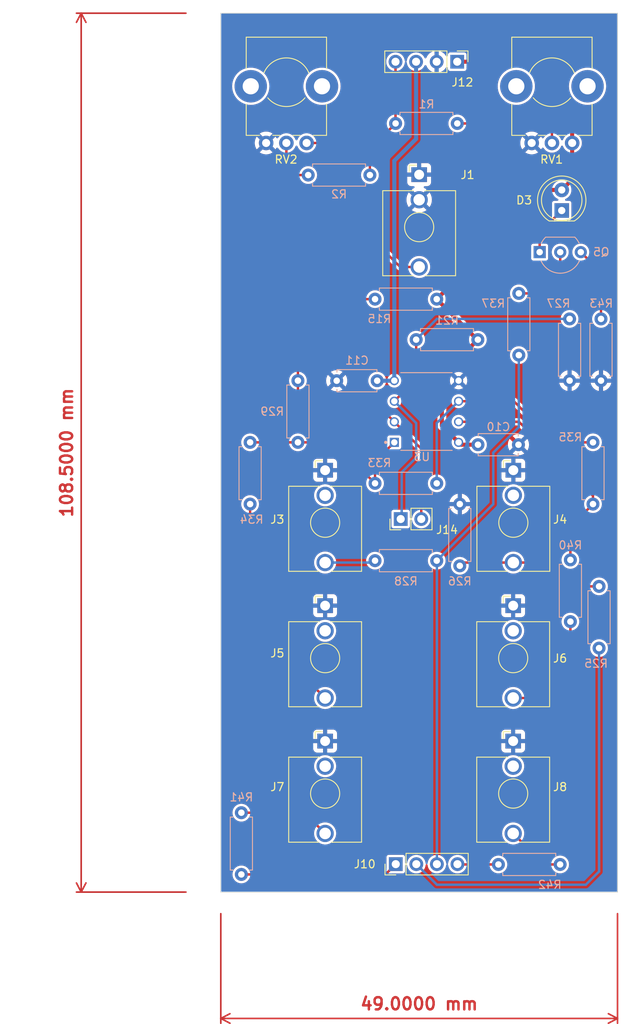
<source format=kicad_pcb>
(kicad_pcb (version 20221018) (generator pcbnew)
  (layers (0 "F.Cu" signal) (31 "B.Cu" power) (34 "B.Paste" user) (35 "F.Paste" user) (36 "B.SilkS" user "B.Silkscreen") (37 "F.SilkS" user "F.Silkscreen") (38 "B.Mask" user) (39 "F.Mask" user) (44 "Edge.Cuts" user))
  (net 0 "")
  (net 1 "GND")
  (net 2 "Net-(D3-Pad1)")
  (net 3 "Net-(J1-PadT)")
  (net 4 "Tri2")
  (net 6 "Sqr2")
  (net 10 "Ramp Up2")
  (net 13 "U3_2_2")
  (net 14 "U3_3_2")
  (net 15 "Net-(Q5-Pad2)")
  (net 16 "Net-(Q5-Pad3)")
  (net 17 "Net-(R1-Pad1)")
  (net 18 "Net-(R33-Pad2)")
  (net 19 "+12VA")
  (net 20 "-12VA")
  (net 21 "/CV_Scale")
  (net 22 "Net-(J8-PadT)")
  (net 23 "Ramp Down2")
  (net 24 "Net-(J7-PadT)")
  (net 25 "Net-(J3-PadT)")
  (net 26 "Net-(J4-PadT)")
  (net 27 "Net-(J5-PadT)")
  (net 28 "Net-(J6-PadT)")
  (net 29 "RV2_2")
  (net 30 "Net-(R29-Pad2)")
  (net 31 "Net-(R35-Pad2)")
  (footprint "Connector_Audio:Jack_3.5mm_QingPu_WQP-PJ398SM_Vertical_CircularHoles" (layer "F.Cu") (at 265.369 96.15)
    (fp_text reference "J4" (at 5.776 6.085) (layer "F.SilkS"))
    (fp_text value "SQR")
    (pad "S" thru_hole rect (at 0 0 180) (size 1.93 1.83) (drill 1.22) (layers "*.Cu" "*.Mask") (net 1 "GND"))
    (pad "T" thru_hole circle (at 0 11.4 180) (size 2.13 2.13) (drill 1.43) (layers "*.Cu" "*.Mask") (net 26 "Net-(J4-PadT)"))
    (pad "TN" thru_hole circle (at 0 3.1 180) (size 2.13 2.13) (drill 1.42) (layers "*.Cu" "*.Mask"))
    (zone (net 0) (net_name "") (layer "F.Cu") (connect_pads (clearance 0)) (min_thickness 0.254)
      (keepout (tracks not_allowed) (vias not_allowed) (pads not_allowed) (copperpour not_allowed) (footprints not_allowed))
      (fill (thermal_gap 0.508) (thermal_bridge_width 0.508))
      (polygon (pts (xy 266.874141 102.63) (xy 266.85393 102.384171) (xy 266.793841 102.144945) (xy 266.695486 101.918744) (xy 266.561508 101.711645) (xy 266.395504 101.52921) (xy 266.201932 101.376336) (xy 265.985992 101.257131) (xy 265.753482 101.174794) (xy 265.510646 101.131539) (xy 265.264007 101.128525) (xy 265.020187 101.165835) (xy 264.785734 101.242466) (xy 264.566946 101.35636) (xy 264.369697 101.504458) (xy 264.199286 101.682784) (xy 264.060288 101.886548) (xy 263.956436 102.110278) (xy 263.890519 102.347965) (xy 263.864308 102.593226) (xy 263.878507 102.839475) (xy 263.932734 103.080099) (xy 264.025532 103.308634) (xy 264.154411 103.518945) (xy 264.315908 103.705382) (xy 264.505687 103.862939) (xy 264.71865 103.987385) (xy 264.949079 104.075377) (xy 265.190785 104.124553) (xy 265.437278 104.133592) (xy 265.681936 104.10225) (xy 265.918191 104.03137) (xy 266.139697 103.922856) (xy 266.340505 103.779621) (xy 266.515223 103.605512) (xy 266.659158 103.405205) (xy 266.768445 103.184079) (xy 266.840149 102.948074) (xy 266.872344 102.703526)))
    )
  )
  (footprint "Connector_Audio:Jack_3.5mm_QingPu_WQP-PJ398SM_Vertical_CircularHoles" (layer "F.Cu") (at 253.735 59.66)
    (fp_text reference "J1" (at 5.98 0.03 180) (layer "F.SilkS"))
    (fp_text value "CV IN")
    (pad "S" thru_hole rect (at 0 0 180) (size 1.93 1.83) (drill 1.22) (layers "*.Cu" "*.Mask") (net 1 "GND"))
    (pad "T" thru_hole circle (at 0 11.4 180) (size 2.13 2.13) (drill 1.43) (layers "*.Cu" "*.Mask") (net 3 "Net-(J1-PadT)"))
    (pad "TN" thru_hole circle (at 0 3.1 180) (size 2.13 2.13) (drill 1.42) (layers "*.Cu" "*.Mask") (net 1 "GND"))
    (zone (net 0) (net_name "") (layer "F.Cu") (connect_pads (clearance 0)) (min_thickness 0.254)
      (keepout (tracks not_allowed) (vias not_allowed) (pads not_allowed) (copperpour not_allowed) (footprints not_allowed))
      (fill (thermal_gap 0.508) (thermal_bridge_width 0.508))
      (polygon (pts (xy 255.240141 66.14) (xy 255.21993 65.894171) (xy 255.159841 65.654945) (xy 255.061486 65.428744) (xy 254.927508 65.221645) (xy 254.761504 65.03921) (xy 254.567932 64.886336) (xy 254.351992 64.767131) (xy 254.119482 64.684794) (xy 253.876646 64.641539) (xy 253.630007 64.638525) (xy 253.386187 64.675835) (xy 253.151734 64.752466) (xy 252.932946 64.86636) (xy 252.735697 65.014458) (xy 252.565286 65.192784) (xy 252.426288 65.396548) (xy 252.322436 65.620278) (xy 252.256519 65.857965) (xy 252.230308 66.103226) (xy 252.244507 66.349475) (xy 252.298734 66.590099) (xy 252.391532 66.818634) (xy 252.520411 67.028945) (xy 252.681908 67.215382) (xy 252.871687 67.372939) (xy 253.08465 67.497385) (xy 253.315079 67.585377) (xy 253.556785 67.634553) (xy 253.803278 67.643592) (xy 254.047936 67.61225) (xy 254.284191 67.54137) (xy 254.505697 67.432856) (xy 254.706505 67.289621) (xy 254.881223 67.115512) (xy 255.025158 66.915205) (xy 255.134445 66.694079) (xy 255.206149 66.458074) (xy 255.238344 66.213526)))
    )
  )
  (footprint "Custom_Footprints:Alpha_9mm_Potentiometer_Aligned" (layer "F.Cu") (at 237.335 48.25)
    (fp_text reference "RV2" (at -0.04 9.535) (layer "F.SilkS"))
    (fp_text value "100K")
    (pad "" np_thru_hole circle (at -4.4 0.5 90) (size 4 4) (drill 2) (layers "*.Cu" "*.Mask"))
    (pad "" np_thru_hole circle (at 4.4 0.5 90) (size 4 4) (drill 2) (layers "*.Cu" "*.Mask"))
    (pad "1" thru_hole circle (at -2.5 7.5 90) (size 1.8 1.8) (drill 1) (layers "*.Cu" "*.Mask") (net 1 "GND"))
    (pad "2" thru_hole circle (at 0 7.5 90) (size 1.8 1.8) (drill 1) (layers "*.Cu" "*.Mask") (net 21 "/CV_Scale"))
    (pad "3" thru_hole circle (at 2.5 7.5 90) (size 1.8 1.8) (drill 1) (layers "*.Cu" "*.Mask") (net 3 "Net-(J1-PadT)"))
  )
  (footprint "Connector_Audio:Jack_3.5mm_QingPu_WQP-PJ398SM_Vertical_CircularHoles" (layer "F.Cu") (at 242.121 112.87)
    (fp_text reference "J5" (at -5.901 5.875) (layer "F.SilkS"))
    (fp_text value "SINE")
    (pad "S" thru_hole rect (at 0 0 180) (size 1.93 1.83) (drill 1.22) (layers "*.Cu" "*.Mask") (net 1 "GND"))
    (pad "T" thru_hole circle (at 0 11.4 180) (size 2.13 2.13) (drill 1.43) (layers "*.Cu" "*.Mask") (net 27 "Net-(J5-PadT)"))
    (pad "TN" thru_hole circle (at 0 3.1 180) (size 2.13 2.13) (drill 1.42) (layers "*.Cu" "*.Mask"))
    (zone (net 0) (net_name "") (layer "F.Cu") (connect_pads (clearance 0)) (min_thickness 0.254)
      (keepout (tracks not_allowed) (vias not_allowed) (pads not_allowed) (copperpour not_allowed) (footprints not_allowed))
      (fill (thermal_gap 0.508) (thermal_bridge_width 0.508))
      (polygon (pts (xy 243.626141 119.35) (xy 243.60593 119.104171) (xy 243.545841 118.864945) (xy 243.447486 118.638744) (xy 243.313508 118.431645) (xy 243.147504 118.24921) (xy 242.953932 118.096336) (xy 242.737992 117.977131) (xy 242.505482 117.894794) (xy 242.262646 117.851539) (xy 242.016007 117.848525) (xy 241.772187 117.885835) (xy 241.537734 117.962466) (xy 241.318946 118.07636) (xy 241.121697 118.224458) (xy 240.951286 118.402784) (xy 240.812288 118.606548) (xy 240.708436 118.830278) (xy 240.642519 119.067965) (xy 240.616308 119.313226) (xy 240.630507 119.559475) (xy 240.684734 119.800099) (xy 240.777532 120.028634) (xy 240.906411 120.238945) (xy 241.067908 120.425382) (xy 241.257687 120.582939) (xy 241.47065 120.707385) (xy 241.701079 120.795377) (xy 241.942785 120.844553) (xy 242.189278 120.853592) (xy 242.433936 120.82225) (xy 242.670191 120.75137) (xy 242.891697 120.642856) (xy 243.092505 120.499621) (xy 243.267223 120.325512) (xy 243.411158 120.125205) (xy 243.520445 119.904079) (xy 243.592149 119.668074) (xy 243.624344 119.423526)))
    )
  )
  (footprint "Connector_Audio:Jack_3.5mm_QingPu_WQP-PJ398SM_Vertical_CircularHoles" (layer "F.Cu") (at 265.349 129.59)
    (fp_text reference "J8" (at 5.796 5.665) (layer "F.SilkS"))
    (fp_text value "RAMP DOWN")
    (pad "S" thru_hole rect (at 0 0 180) (size 1.93 1.83) (drill 1.22) (layers "*.Cu" "*.Mask") (net 1 "GND"))
    (pad "T" thru_hole circle (at 0 11.4 180) (size 2.13 2.13) (drill 1.43) (layers "*.Cu" "*.Mask") (net 22 "Net-(J8-PadT)"))
    (pad "TN" thru_hole circle (at 0 3.1 180) (size 2.13 2.13) (drill 1.42) (layers "*.Cu" "*.Mask"))
    (zone (net 0) (net_name "") (layer "F.Cu") (connect_pads (clearance 0)) (min_thickness 0.254)
      (keepout (tracks not_allowed) (vias not_allowed) (pads not_allowed) (copperpour not_allowed) (footprints not_allowed))
      (fill (thermal_gap 0.508) (thermal_bridge_width 0.508))
      (polygon (pts (xy 266.854141 136.07) (xy 266.83393 135.824171) (xy 266.773841 135.584945) (xy 266.675486 135.358744) (xy 266.541508 135.151645) (xy 266.375504 134.96921) (xy 266.181932 134.816336) (xy 265.965992 134.697131) (xy 265.733482 134.614794) (xy 265.490646 134.571539) (xy 265.244007 134.568525) (xy 265.000187 134.605835) (xy 264.765734 134.682466) (xy 264.546946 134.79636) (xy 264.349697 134.944458) (xy 264.179286 135.122784) (xy 264.040288 135.326548) (xy 263.936436 135.550278) (xy 263.870519 135.787965) (xy 263.844308 136.033226) (xy 263.858507 136.279475) (xy 263.912734 136.520099) (xy 264.005532 136.748634) (xy 264.134411 136.958945) (xy 264.295908 137.145382) (xy 264.485687 137.302939) (xy 264.69865 137.427385) (xy 264.929079 137.515377) (xy 265.170785 137.564553) (xy 265.417278 137.573592) (xy 265.661936 137.54225) (xy 265.898191 137.47137) (xy 266.119697 137.362856) (xy 266.320505 137.219621) (xy 266.495223 137.045512) (xy 266.639158 136.845205) (xy 266.748445 136.624079) (xy 266.820149 136.388074) (xy 266.852344 136.143526)))
    )
  )
  (footprint "Connector_Audio:Jack_3.5mm_QingPu_WQP-PJ398SM_Vertical_CircularHoles" (layer "F.Cu") (at 242.121 129.59)
    (fp_text reference "J7" (at -5.901 5.665) (layer "F.SilkS"))
    (fp_text value "RAMP UP")
    (pad "S" thru_hole rect (at 0 0 180) (size 1.93 1.83) (drill 1.22) (layers "*.Cu" "*.Mask") (net 1 "GND"))
    (pad "T" thru_hole circle (at 0 11.4 180) (size 2.13 2.13) (drill 1.43) (layers "*.Cu" "*.Mask") (net 24 "Net-(J7-PadT)"))
    (pad "TN" thru_hole circle (at 0 3.1 180) (size 2.13 2.13) (drill 1.42) (layers "*.Cu" "*.Mask"))
    (zone (net 0) (net_name "") (layer "F.Cu") (connect_pads (clearance 0)) (min_thickness 0.254)
      (keepout (tracks not_allowed) (vias not_allowed) (pads not_allowed) (copperpour not_allowed) (footprints not_allowed))
      (fill (thermal_gap 0.508) (thermal_bridge_width 0.508))
      (polygon (pts (xy 243.626141 136.07) (xy 243.60593 135.824171) (xy 243.545841 135.584945) (xy 243.447486 135.358744) (xy 243.313508 135.151645) (xy 243.147504 134.96921) (xy 242.953932 134.816336) (xy 242.737992 134.697131) (xy 242.505482 134.614794) (xy 242.262646 134.571539) (xy 242.016007 134.568525) (xy 241.772187 134.605835) (xy 241.537734 134.682466) (xy 241.318946 134.79636) (xy 241.121697 134.944458) (xy 240.951286 135.122784) (xy 240.812288 135.326548) (xy 240.708436 135.550278) (xy 240.642519 135.787965) (xy 240.616308 136.033226) (xy 240.630507 136.279475) (xy 240.684734 136.520099) (xy 240.777532 136.748634) (xy 240.906411 136.958945) (xy 241.067908 137.145382) (xy 241.257687 137.302939) (xy 241.47065 137.427385) (xy 241.701079 137.515377) (xy 241.942785 137.564553) (xy 242.189278 137.573592) (xy 242.433936 137.54225) (xy 242.670191 137.47137) (xy 242.891697 137.362856) (xy 243.092505 137.219621) (xy 243.267223 137.045512) (xy 243.411158 136.845205) (xy 243.520445 136.624079) (xy 243.592149 136.388074) (xy 243.624344 136.143526)))
    )
  )
  (footprint "Connector_PinHeader_2.54mm:PinHeader_1x02_P2.54mm_Vertical" (layer "F.Cu") (at 251.455 102.175 90)
    (fp_text reference "J14" (at -1.33 5.72 180) (layer "F.SilkS"))
    (fp_text value "Conn_01x02")
    (pad "1" thru_hole rect (at 0 0 90) (size 1.7 1.7) (drill 1) (layers "*.Cu" "*.Mask") (net 14 "U3_3_2"))
    (pad "2" thru_hole oval (at 0 2.54 90) (size 1.7 1.7) (drill 1) (layers "*.Cu" "*.Mask") (net 13 "U3_2_2"))
  )
  (footprint "Custom_Footprints:Alpha_9mm_Potentiometer_Aligned" (layer "F.Cu") (at 270.135 48.25)
    (fp_text reference "RV1" (at -0.04 9.535) (layer "F.SilkS"))
    (fp_text value "100K")
    (pad "" np_thru_hole circle (at -4.4 0.5 90) (size 4 4) (drill 2) (layers "*.Cu" "*.Mask"))
    (pad "" np_thru_hole circle (at 4.4 0.5 90) (size 4 4) (drill 2) (layers "*.Cu" "*.Mask"))
    (pad "1" thru_hole circle (at -2.5 7.5 90) (size 1.8 1.8) (drill 1) (layers "*.Cu" "*.Mask") (net 1 "GND"))
    (pad "2" thru_hole circle (at 0 7.5 90) (size 1.8 1.8) (drill 1) (layers "*.Cu" "*.Mask") (net 17 "Net-(R1-Pad1)"))
    (pad "3" thru_hole circle (at 2.5 7.5 90) (size 1.8 1.8) (drill 1) (layers "*.Cu" "*.Mask") (net 19 "+12VA"))
  )
  (footprint "Connector_Audio:Jack_3.5mm_QingPu_WQP-PJ398SM_Vertical_CircularHoles" (layer "F.Cu") (at 265.349 112.87)
    (fp_text reference "J6" (at 5.796 6.51) (layer "F.SilkS"))
    (fp_text value "COSINE")
    (pad "S" thru_hole rect (at 0 0 180) (size 1.93 1.83) (drill 1.22) (layers "*.Cu" "*.Mask") (net 1 "GND"))
    (pad "T" thru_hole circle (at 0 11.4 180) (size 2.13 2.13) (drill 1.43) (layers "*.Cu" "*.Mask") (net 28 "Net-(J6-PadT)"))
    (pad "TN" thru_hole circle (at 0 3.1 180) (size 2.13 2.13) (drill 1.42) (layers "*.Cu" "*.Mask"))
    (zone (net 0) (net_name "") (layer "F.Cu") (connect_pads (clearance 0)) (min_thickness 0.254)
      (keepout (tracks not_allowed) (vias not_allowed) (pads not_allowed) (copperpour not_allowed) (footprints not_allowed))
      (fill (thermal_gap 0.508) (thermal_bridge_width 0.508))
      (polygon (pts (xy 266.854141 119.35) (xy 266.83393 119.104171) (xy 266.773841 118.864945) (xy 266.675486 118.638744) (xy 266.541508 118.431645) (xy 266.375504 118.24921) (xy 266.181932 118.096336) (xy 265.965992 117.977131) (xy 265.733482 117.894794) (xy 265.490646 117.851539) (xy 265.244007 117.848525) (xy 265.000187 117.885835) (xy 264.765734 117.962466) (xy 264.546946 118.07636) (xy 264.349697 118.224458) (xy 264.179286 118.402784) (xy 264.040288 118.606548) (xy 263.936436 118.830278) (xy 263.870519 119.067965) (xy 263.844308 119.313226) (xy 263.858507 119.559475) (xy 263.912734 119.800099) (xy 264.005532 120.028634) (xy 264.134411 120.238945) (xy 264.295908 120.425382) (xy 264.485687 120.582939) (xy 264.69865 120.707385) (xy 264.929079 120.795377) (xy 265.170785 120.844553) (xy 265.417278 120.853592) (xy 265.661936 120.82225) (xy 265.898191 120.75137) (xy 266.119697 120.642856) (xy 266.320505 120.499621) (xy 266.495223 120.325512) (xy 266.639158 120.125205) (xy 266.748445 119.904079) (xy 266.820149 119.668074) (xy 266.852344 119.423526)))
    )
  )
  (footprint "Connector_PinHeader_2.54mm:PinHeader_1x04_P2.54mm_Vertical" (layer "F.Cu") (at 258.435 45.72 -90)
    (fp_text reference "J12" (at 2.54 -0.645 180) (layer "F.SilkS"))
    (fp_text value "Conn_01x04")
    (pad "1" thru_hole rect (at 0 0 270) (size 1.7 1.7) (drill 1) (layers "*.Cu" "*.Mask") (net 19 "+12VA"))
    (pad "2" thru_hole oval (at 0 2.54 270) (size 1.7 1.7) (drill 1) (layers "*.Cu" "*.Mask") (net 1 "GND"))
    (pad "3" thru_hole oval (at 0 5.08 270) (size 1.7 1.7) (drill 1) (layers "*.Cu" "*.Mask") (net 20 "-12VA"))
    (pad "4" thru_hole oval (at 0 7.62 270) (size 1.7 1.7) (drill 1) (layers "*.Cu" "*.Mask") (net 29 "RV2_2"))
  )
  (footprint "Connector_PinHeader_2.54mm:PinHeader_1x04_P2.54mm_Vertical" (layer "F.Cu") (at 250.845 144.78 90)
    (fp_text reference "J10" (at 0 -3.83 180) (layer "F.SilkS"))
    (fp_text value "Conn_01x04")
    (pad "1" thru_hole rect (at 0 0 90) (size 1.7 1.7) (drill 1) (layers "*.Cu" "*.Mask") (net 10 "Ramp Up2"))
    (pad "2" thru_hole oval (at 0 2.54 90) (size 1.7 1.7) (drill 1) (layers "*.Cu" "*.Mask") (net 6 "Sqr2"))
    (pad "3" thru_hole oval (at 0 5.08 90) (size 1.7 1.7) (drill 1) (layers "*.Cu" "*.Mask") (net 4 "Tri2"))
    (pad "4" thru_hole oval (at 0 7.62 90) (size 1.7 1.7) (drill 1) (layers "*.Cu" "*.Mask") (net 23 "Ramp Down2"))
  )
  (footprint "Connector_Audio:Jack_3.5mm_QingPu_WQP-PJ398SM_Vertical_CircularHoles" (layer "F.Cu") (at 242.121 96.15)
    (fp_text reference "J3" (at -5.901 6.085) (layer "F.SilkS"))
    (fp_text value "TRI")
    (pad "S" thru_hole rect (at 0 0 180) (size 1.93 1.83) (drill 1.22) (layers "*.Cu" "*.Mask") (net 1 "GND"))
    (pad "T" thru_hole circle (at 0 11.4 180) (size 2.13 2.13) (drill 1.43) (layers "*.Cu" "*.Mask") (net 25 "Net-(J3-PadT)"))
    (pad "TN" thru_hole circle (at 0 3.1 180) (size 2.13 2.13) (drill 1.42) (layers "*.Cu" "*.Mask"))
    (zone (net 0) (net_name "") (layer "F.Cu") (connect_pads (clearance 0)) (min_thickness 0.254)
      (keepout (tracks not_allowed) (vias not_allowed) (pads not_allowed) (copperpour not_allowed) (footprints not_allowed))
      (fill (thermal_gap 0.508) (thermal_bridge_width 0.508))
      (polygon (pts (xy 243.626141 102.63) (xy 243.60593 102.384171) (xy 243.545841 102.144945) (xy 243.447486 101.918744) (xy 243.313508 101.711645) (xy 243.147504 101.52921) (xy 242.953932 101.376336) (xy 242.737992 101.257131) (xy 242.505482 101.174794) (xy 242.262646 101.131539) (xy 242.016007 101.128525) (xy 241.772187 101.165835) (xy 241.537734 101.242466) (xy 241.318946 101.35636) (xy 241.121697 101.504458) (xy 240.951286 101.682784) (xy 240.812288 101.886548) (xy 240.708436 102.110278) (xy 240.642519 102.347965) (xy 240.616308 102.593226) (xy 240.630507 102.839475) (xy 240.684734 103.080099) (xy 240.777532 103.308634) (xy 240.906411 103.518945) (xy 241.067908 103.705382) (xy 241.257687 103.862939) (xy 241.47065 103.987385) (xy 241.701079 104.075377) (xy 241.942785 104.124553) (xy 242.189278 104.133592) (xy 242.433936 104.10225) (xy 242.670191 104.03137) (xy 242.891697 103.922856) (xy 243.092505 103.779621) (xy 243.267223 103.605512) (xy 243.411158 103.405205) (xy 243.520445 103.184079) (xy 243.592149 102.948074) (xy 243.624344 102.703526)))
    )
  )
  (footprint "LED_THT:LED_D5.0mm" (layer "F.Cu") (at 271.344666 64.090016 90)
    (fp_text reference "D3" (at 1.27 -4.644666 180) (layer "F.SilkS"))
    (fp_text value "LED")
    (pad "1" thru_hole rect (at 0 0 90) (size 1.8 1.8) (drill 0.9) (layers "*.Cu" "*.Mask") (net 2 "Net-(D3-Pad1)"))
    (pad "2" thru_hole circle (at 2.54 0 90) (size 1.8 1.8) (drill 0.9) (layers "*.Cu" "*.Mask") (net 19 "+12VA"))
  )
  (footprint "Resistor_THT:R_Axial_DIN0207_L6.3mm_D2.5mm_P7.62mm_Horizontal" (layer "B.Cu") (at 255.905 75.03 180)
    (fp_text reference "R15" (at 7.08 -2.44) (layer "B.SilkS") (effects (justify mirror)))
    (fp_text value "10k")
    (pad "1" thru_hole circle (at 0 0 180) (size 1.6 1.6) (drill 0.8) (layers "*.Cu" "*.Mask") (net 19 "+12VA"))
    (pad "2" thru_hole oval (at 7.62 0 180) (size 1.6 1.6) (drill 0.8) (layers "*.Cu" "*.Mask") (net 13 "U3_2_2"))
  )
  (footprint "TL072CPE4:DIP794W45P254L959H508Q8" (layer "B.Cu") (at 254.635 88.9)
    (fp_text reference "U3" (at -0.565 5.607) (layer "B.SilkS") (effects (justify mirror)))
    (fp_text value "TL072CP")
    (pad "1" thru_hole rect (at -3.97 3.81) (size 1.13 1.13) (drill 0.78) (layers "*.Cu" "*.Mask") (net 30 "Net-(R29-Pad2)"))
    (pad "2" thru_hole circle (at -3.97 1.27) (size 1.13 1.13) (drill 0.78) (layers "*.Cu" "*.Mask") (net 13 "U3_2_2"))
    (pad "3" thru_hole circle (at -3.97 -1.27) (size 1.13 1.13) (drill 0.78) (layers "*.Cu" "*.Mask") (net 14 "U3_3_2"))
    (pad "4" thru_hole circle (at -3.97 -3.81) (size 1.13 1.13) (drill 0.78) (layers "*.Cu" "*.Mask") (net 20 "-12VA"))
    (pad "5" thru_hole circle (at 3.97 -3.81) (size 1.13 1.13) (drill 0.78) (layers "*.Cu" "*.Mask") (net 1 "GND"))
    (pad "6" thru_hole circle (at 3.97 -1.27) (size 1.13 1.13) (drill 0.78) (layers "*.Cu" "*.Mask") (net 18 "Net-(R33-Pad2)"))
    (pad "7" thru_hole circle (at 3.97 1.27) (size 1.13 1.13) (drill 0.78) (layers "*.Cu" "*.Mask") (net 31 "Net-(R35-Pad2)"))
    (pad "8" thru_hole circle (at 3.97 3.81) (size 1.13 1.13) (drill 0.78) (layers "*.Cu" "*.Mask") (net 19 "+12VA"))
  )
  (footprint "Package_TO_SOT_THT:TO-92_Inline_Wide" (layer "B.Cu") (at 268.61898 69.227196)
    (fp_text reference "Q5" (at 7.60602 -0.012196) (layer "B.SilkS") (effects (justify mirror)))
    (fp_text value "BC550")
    (pad "1" thru_hole rect (at 0 0) (size 1.5 1.5) (drill 0.8) (layers "*.Cu" "*.Mask") (net 2 "Net-(D3-Pad1)"))
    (pad "2" thru_hole circle (at 2.54 0) (size 1.5 1.5) (drill 0.8) (layers "*.Cu" "*.Mask") (net 15 "Net-(Q5-Pad2)"))
    (pad "3" thru_hole circle (at 5.08 0) (size 1.5 1.5) (drill 0.8) (layers "*.Cu" "*.Mask") (net 16 "Net-(Q5-Pad3)"))
  )
  (footprint "Resistor_THT:R_Axial_DIN0207_L6.3mm_D2.5mm_P7.62mm_Horizontal" (layer "B.Cu") (at 276.195 77.47 -90)
    (fp_text reference "R43" (at -1.905 -0.03 180) (layer "B.SilkS") (effects (justify mirror)))
    (fp_text value "560")
    (pad "1" thru_hole circle (at 0 0 270) (size 1.6 1.6) (drill 0.8) (layers "*.Cu" "*.Mask") (net 16 "Net-(Q5-Pad3)"))
    (pad "2" thru_hole oval (at 7.62 0 270) (size 1.6 1.6) (drill 0.8) (layers "*.Cu" "*.Mask") (net 1 "GND"))
  )
  (footprint "Resistor_THT:R_Axial_DIN0207_L6.3mm_D2.5mm_P7.62mm_Horizontal" (layer "B.Cu") (at 248.285 107.315)
    (fp_text reference "R28" (at 3.81 2.54) (layer "B.SilkS") (effects (justify mirror)))
    (fp_text value "1k")
    (pad "1" thru_hole circle (at 0 0) (size 1.6 1.6) (drill 0.8) (layers "*.Cu" "*.Mask") (net 25 "Net-(J3-PadT)"))
    (pad "2" thru_hole oval (at 7.62 0) (size 1.6 1.6) (drill 0.8) (layers "*.Cu" "*.Mask") (net 4 "Tri2"))
  )
  (footprint "Resistor_THT:R_Axial_DIN0207_L6.3mm_D2.5mm_P7.62mm_Horizontal" (layer "B.Cu") (at 258.445 53.34 180)
    (fp_text reference "R1" (at 3.81 2.37) (layer "B.SilkS") (effects (justify mirror)))
    (fp_text value "100k")
    (pad "1" thru_hole circle (at 0 0 180) (size 1.6 1.6) (drill 0.8) (layers "*.Cu" "*.Mask") (net 17 "Net-(R1-Pad1)"))
    (pad "2" thru_hole oval (at 7.62 0 180) (size 1.6 1.6) (drill 0.8) (layers "*.Cu" "*.Mask") (net 29 "RV2_2"))
  )
  (footprint "Resistor_THT:R_Axial_DIN0207_L6.3mm_D2.5mm_P7.62mm_Horizontal" (layer "B.Cu") (at 240.03 59.71)
    (fp_text reference "R2" (at 3.81 2.37) (layer "B.SilkS") (effects (justify mirror)))
    (fp_text value "100k")
    (pad "1" thru_hole circle (at 0 0) (size 1.6 1.6) (drill 0.8) (layers "*.Cu" "*.Mask") (net 21 "/CV_Scale"))
    (pad "2" thru_hole oval (at 7.62 0) (size 1.6 1.6) (drill 0.8) (layers "*.Cu" "*.Mask") (net 29 "RV2_2"))
  )
  (footprint "Resistor_THT:R_Axial_DIN0207_L6.3mm_D2.5mm_P7.62mm_Horizontal" (layer "B.Cu") (at 272.315 77.47 -90)
    (fp_text reference "R27" (at -1.905 1.37 180) (layer "B.SilkS") (effects (justify mirror)))
    (fp_text value "33k")
    (pad "1" thru_hole circle (at 0 0 270) (size 1.6 1.6) (drill 0.8) (layers "*.Cu" "*.Mask") (net 14 "U3_3_2"))
    (pad "2" thru_hole oval (at 7.62 0 270) (size 1.6 1.6) (drill 0.8) (layers "*.Cu" "*.Mask") (net 1 "GND"))
  )
  (footprint "Capacitor_THT:C_Disc_D4.7mm_W2.5mm_P5.00mm" (layer "B.Cu") (at 248.55 85.1 180)
    (fp_text reference "C11" (at 2.5 2.5) (layer "B.SilkS") (effects (justify mirror)))
    (fp_text value "0.1u")
    (pad "1" thru_hole circle (at 0 0 180) (size 1.6 1.6) (drill 0.8) (layers "*.Cu" "*.Mask") (net 20 "-12VA"))
    (pad "2" thru_hole circle (at 5 0 180) (size 1.6 1.6) (drill 0.8) (layers "*.Cu" "*.Mask") (net 1 "GND"))
  )
  (footprint "Resistor_THT:R_Axial_DIN0207_L6.3mm_D2.5mm_P7.62mm_Horizontal" (layer "B.Cu") (at 232.855 100.33 90)
    (fp_text reference "R34" (at -1.905 0.19 180) (layer "B.SilkS") (effects (justify mirror)))
    (fp_text value "1k")
    (pad "1" thru_hole circle (at 0 0 90) (size 1.6 1.6) (drill 0.8) (layers "*.Cu" "*.Mask") (net 27 "Net-(J5-PadT)"))
    (pad "2" thru_hole oval (at 7.62 0 90) (size 1.6 1.6) (drill 0.8) (layers "*.Cu" "*.Mask") (net 30 "Net-(R29-Pad2)"))
  )
  (footprint "Resistor_THT:R_Axial_DIN0207_L6.3mm_D2.5mm_P7.62mm_Horizontal" (layer "B.Cu") (at 238.76 85.09 -90)
    (fp_text reference "R29" (at 3.81 3.175) (layer "B.SilkS") (effects (justify mirror)))
    (fp_text value "33k")
    (pad "1" thru_hole circle (at 0 0 270) (size 1.6 1.6) (drill 0.8) (layers "*.Cu" "*.Mask") (net 13 "U3_2_2"))
    (pad "2" thru_hole oval (at 7.62 0 270) (size 1.6 1.6) (drill 0.8) (layers "*.Cu" "*.Mask") (net 30 "Net-(R29-Pad2)"))
  )
  (footprint "Capacitor_THT:C_Disc_D4.7mm_W2.5mm_P5.00mm" (layer "B.Cu") (at 261 93)
    (fp_text reference "C10" (at 2.525 -2.195) (layer "B.SilkS") (effects (justify mirror)))
    (fp_text value "0.1u")
    (pad "1" thru_hole circle (at 0 0) (size 1.6 1.6) (drill 0.8) (layers "*.Cu" "*.Mask") (net 19 "+12VA"))
    (pad "2" thru_hole circle (at 5 0) (size 1.6 1.6) (drill 0.8) (layers "*.Cu" "*.Mask") (net 1 "GND"))
  )
  (footprint "Resistor_THT:R_Axial_DIN0207_L6.3mm_D2.5mm_P7.62mm_Horizontal" (layer "B.Cu") (at 260.985 80.03 180)
    (fp_text reference "R21" (at 3.81 2.37) (layer "B.SilkS") (effects (justify mirror)))
    (fp_text value "10k")
    (pad "1" thru_hole circle (at 0 0 180) (size 1.6 1.6) (drill 0.8) (layers "*.Cu" "*.Mask") (net 19 "+12VA"))
    (pad "2" thru_hole oval (at 7.62 0 180) (size 1.6 1.6) (drill 0.8) (layers "*.Cu" "*.Mask") (net 14 "U3_3_2"))
  )
  (footprint "Resistor_THT:R_Axial_DIN0207_L6.3mm_D2.5mm_P7.62mm_Horizontal" (layer "B.Cu") (at 231.775 138.43 -90)
    (fp_text reference "R41" (at -1.905 0 180) (layer "B.SilkS") (effects (justify mirror)))
    (fp_text value "1k")
    (pad "1" thru_hole circle (at 0 0 270) (size 1.6 1.6) (drill 0.8) (layers "*.Cu" "*.Mask") (net 24 "Net-(J7-PadT)"))
    (pad "2" thru_hole oval (at 7.62 0 270) (size 1.6 1.6) (drill 0.8) (layers "*.Cu" "*.Mask") (net 10 "Ramp Up2"))
  )
  (footprint "Resistor_THT:R_Axial_DIN0207_L6.3mm_D2.5mm_P7.62mm_Horizontal" (layer "B.Cu") (at 258.755 107.95 90)
    (fp_text reference "R26" (at -1.905 0) (layer "B.SilkS") (effects (justify mirror)))
    (fp_text value "100k")
    (pad "1" thru_hole circle (at 0 0 90) (size 1.6 1.6) (drill 0.8) (layers "*.Cu" "*.Mask") (net 26 "Net-(J4-PadT)"))
    (pad "2" thru_hole oval (at 7.62 0 90) (size 1.6 1.6) (drill 0.8) (layers "*.Cu" "*.Mask") (net 1 "GND"))
  )
  (footprint "Resistor_THT:R_Axial_DIN0207_L6.3mm_D2.5mm_P7.62mm_Horizontal" (layer "B.Cu") (at 266.045 74.32 -90)
    (fp_text reference "R37" (at 1.245 3.155 180) (layer "B.SilkS") (effects (justify mirror)))
    (fp_text value "10k")
    (pad "1" thru_hole circle (at 0 0 270) (size 1.6 1.6) (drill 0.8) (layers "*.Cu" "*.Mask") (net 15 "Net-(Q5-Pad2)"))
    (pad "2" thru_hole oval (at 7.62 0 270) (size 1.6 1.6) (drill 0.8) (layers "*.Cu" "*.Mask") (net 4 "Tri2"))
  )
  (footprint "Resistor_THT:R_Axial_DIN0207_L6.3mm_D2.5mm_P7.62mm_Horizontal" (layer "B.Cu") (at 272.415 114.84 90)
    (fp_text reference "R40" (at 9.43 0 180) (layer "B.SilkS") (effects (justify mirror)))
    (fp_text value "1k")
    (pad "1" thru_hole circle (at 0 0 90) (size 1.6 1.6) (drill 0.8) (layers "*.Cu" "*.Mask") (net 28 "Net-(J6-PadT)"))
    (pad "2" thru_hole oval (at 7.62 0 90) (size 1.6 1.6) (drill 0.8) (layers "*.Cu" "*.Mask") (net 31 "Net-(R35-Pad2)"))
  )
  (footprint "Resistor_THT:R_Axial_DIN0207_L6.3mm_D2.5mm_P7.62mm_Horizontal" (layer "B.Cu") (at 275.955 110.49 -90)
    (fp_text reference "R25" (at 9.525 0.365 180) (layer "B.SilkS") (effects (justify mirror)))
    (fp_text value "100k")
    (pad "1" thru_hole circle (at 0 0 270) (size 1.6 1.6) (drill 0.8) (layers "*.Cu" "*.Mask") (net 26 "Net-(J4-PadT)"))
    (pad "2" thru_hole oval (at 7.62 0 270) (size 1.6 1.6) (drill 0.8) (layers "*.Cu" "*.Mask") (net 6 "Sqr2"))
  )
  (footprint "Resistor_THT:R_Axial_DIN0207_L6.3mm_D2.5mm_P7.62mm_Horizontal" (layer "B.Cu") (at 271.145 144.82 180)
    (fp_text reference "R42" (at 1.27 -2.5) (layer "B.SilkS") (effects (justify mirror)))
    (fp_text value "1k")
    (pad "1" thru_hole circle (at 0 0 180) (size 1.6 1.6) (drill 0.8) (layers "*.Cu" "*.Mask") (net 22 "Net-(J8-PadT)"))
    (pad "2" thru_hole oval (at 7.62 0 180) (size 1.6 1.6) (drill 0.8) (layers "*.Cu" "*.Mask") (net 23 "Ramp Down2"))
  )
  (footprint "Resistor_THT:R_Axial_DIN0207_L6.3mm_D2.5mm_P7.62mm_Horizontal" (layer "B.Cu") (at 275.205 92.71 -90)
    (fp_text reference "R35" (at -0.635 2.79 180) (layer "B.SilkS") (effects (justify mirror)))
    (fp_text value "10k")
    (pad "1" thru_hole circle (at 0 0 270) (size 1.6 1.6) (drill 0.8) (layers "*.Cu" "*.Mask") (net 18 "Net-(R33-Pad2)"))
    (pad "2" thru_hole oval (at 7.62 0 270) (size 1.6 1.6) (drill 0.8) (layers "*.Cu" "*.Mask") (net 31 "Net-(R35-Pad2)"))
  )
  (footprint "Resistor_THT:R_Axial_DIN0207_L6.3mm_D2.5mm_P7.62mm_Horizontal" (layer "B.Cu") (at 248.285 97.77)
    (fp_text reference "R33" (at 0.54 -2.52) (layer "B.SilkS") (effects (justify mirror)))
    (fp_text value "10k")
    (pad "1" thru_hole circle (at 0 0) (size 1.6 1.6) (drill 0.8) (layers "*.Cu" "*.Mask") (net 30 "Net-(R29-Pad2)"))
    (pad "2" thru_hole oval (at 7.62 0) (size 1.6 1.6) (drill 0.8) (layers "*.Cu" "*.Mask") (net 18 "Net-(R33-Pad2)"))
  )
  (gr_line (start 278.235 148.23) (end 278.235 39.73) (stroke (width 0.1)) (layer "Edge.Cuts"))
  (gr_line (start 229.235 148.23) (end 278.235 148.23) (stroke (width 0.1)) (layer "Edge.Cuts"))
  (gr_line (start 229.235 148.23) (end 229.235 39.73) (stroke (width 0.1)) (layer "Edge.Cuts"))
  (gr_line (start 229.235 39.73) (end 278.235 39.73) (stroke (width 0.1)) (layer "Edge.Cuts"))
  (dimension (type aligned) (layer "F.Cu") (pts (xy 225.425 39.73) (xy 225.425 148.23)) (height 13.434) (gr_text "108.5000 mm" (at 210.191 93.98 90) (layer "F.Cu") (effects (font (size 1.5 1.5) (thickness 0.3)))) (format (prefix "") (suffix "") (units 3) (units_format 1) (precision 4)) (style (thickness 0.2) (arrow_length 1.27) (text_position_mode 0) (extension_height 0.58642) (extension_offset 0.5) keep_text_aligned))
  (dimension (type aligned) (layer "F.Cu") (pts (xy 229.235 150.396) (xy 278.235 150.396)) (height 13.434) (gr_text "49.0000 mm" (at 253.735 162.03) (layer "F.Cu") (effects (font (size 1.5 1.5) (thickness 0.3)))) (format (prefix "") (suffix "") (units 3) (units_format 1) (precision 4)) (style (thickness 0.2) (arrow_length 1.27) (text_position_mode 0) (extension_height 0.58642) (extension_offset 0.5) keep_text_aligned))
  (segment (start 268.61898 69.227196) (end 268.61898 66.815702) (width 0.3) (layer "F.Cu") (net 2))
  (segment (start 268.61898 66.815702) (end 271.344666 64.090016) (width 0.3) (layer "F.Cu") (net 2))
  (segment (start 254.635 71.06) (end 251.4 71.06) (width 0.3) (layer "F.Cu") (net 3))
  (segment (start 251.4 71.06) (end 243.84 63.5) (width 0.3) (layer "F.Cu") (net 3))
  (segment (start 243.84 63.5) (end 243.84 58.42) (width 0.3) (layer "F.Cu") (net 3))
  (segment (start 241.17 55.75) (end 239.835 55.75) (width 0.3) (layer "F.Cu") (net 3))
  (segment (start 243.84 58.42) (end 241.17 55.75) (width 0.3) (layer "F.Cu") (net 3))
  (segment (start 255.925 144.78) (end 255.925 107.335) (width 0.3) (layer "B.Cu") (net 4))
  (segment (start 262.89 93.98) (end 266.045 90.825) (width 0.3) (layer "B.Cu") (net 4))
  (segment (start 255.905 107.315) (end 262.89 100.33) (width 0.3) (layer "B.Cu") (net 4))
  (segment (start 255.925 107.335) (end 255.905 107.315) (width 0.3) (layer "B.Cu") (net 4))
  (segment (start 266.045 90.825) (end 266.045 81.94) (width 0.3) (layer "B.Cu") (net 4))
  (segment (start 262.89 100.33) (end 262.89 93.98) (width 0.3) (layer "B.Cu") (net 4))
  (segment (start 275.955 118.11) (end 275.955 145.685) (width 0.3) (layer "B.Cu") (net 6))
  (segment (start 274.32 147.32) (end 255.925 147.32) (width 0.3) (layer "B.Cu") (net 6))
  (segment (start 275.955 145.685) (end 274.32 147.32) (width 0.3) (layer "B.Cu") (net 6))
  (segment (start 255.925 147.32) (end 253.385 144.78) (width 0.3) (layer "B.Cu") (net 6))
  (segment (start 231.775 146.05) (end 249.575 146.05) (width 0.3) (layer "F.Cu") (net 10))
  (segment (start 249.575 146.05) (end 250.845 144.78) (width 0.3) (layer "F.Cu") (net 10))
  (segment (start 253.995 102.175) (end 253.995 93.5) (width 0.3) (layer "F.Cu") (net 13))
  (segment (start 253.995 93.5) (end 250.665 90.17) (width 0.3) (layer "F.Cu") (net 13))
  (segment (start 245.01 75.03) (end 248.285 75.03) (width 0.3) (layer "F.Cu") (net 13))
  (segment (start 238.76 81.28) (end 245.01 75.03) (width 0.3) (layer "F.Cu") (net 13))
  (segment (start 238.76 86.36) (end 238.76 85.09) (width 0.3) (layer "F.Cu") (net 13))
  (segment (start 249.395 88.9) (end 241.3 88.9) (width 0.3) (layer "F.Cu") (net 13))
  (segment (start 241.3 88.9) (end 238.76 86.36) (width 0.3) (layer "F.Cu") (net 13))
  (segment (start 238.76 85.09) (end 238.76 81.28) (width 0.3) (layer "F.Cu") (net 13))
  (segment (start 250.665 90.17) (end 249.395 88.9) (width 0.3) (layer "F.Cu") (net 13))
  (segment (start 250.665 87.63) (end 253.365 84.93) (width 0.3) (layer "F.Cu") (net 14))
  (segment (start 253.365 84.93) (end 253.365 80.03) (width 0.3) (layer "F.Cu") (net 14))
  (segment (start 253.365 94.615) (end 253.365 90.33) (width 0.3) (layer "B.Cu") (net 14))
  (segment (start 251.58 96.4) (end 253.365 94.615) (width 0.3) (layer "B.Cu") (net 14))
  (segment (start 251.455 102.175) (end 251.58 102.05) (width 0.3) (layer "B.Cu") (net 14))
  (segment (start 251.58 102.05) (end 251.58 96.4) (width 0.3) (layer "B.Cu") (net 14))
  (segment (start 255.925 77.47) (end 253.365 80.03) (width 0.3) (layer "B.Cu") (net 14))
  (segment (start 272.315 77.47) (end 255.925 77.47) (width 0.3) (layer "B.Cu") (net 14))
  (segment (start 253.365 90.33) (end 250.665 87.63) (width 0.3) (layer "B.Cu") (net 14))
  (segment (start 271.15898 71.74102) (end 268.58 74.32) (width 0.3) (layer "F.Cu") (net 15))
  (segment (start 271.15898 69.227196) (end 271.15898 71.74102) (width 0.3) (layer "F.Cu") (net 15))
  (segment (start 268.58 74.32) (end 266.045 74.32) (width 0.3) (layer "F.Cu") (net 15))
  (segment (start 273.69898 69.227196) (end 276.195 71.723216) (width 0.3) (layer "F.Cu") (net 16))
  (segment (start 276.195 71.723216) (end 276.195 77.47) (width 0.3) (layer "F.Cu") (net 16))
  (segment (start 270.135 54.235) (end 270.135 55.75) (width 0.3) (layer "F.Cu") (net 17))
  (segment (start 269.24 53.34) (end 270.135 54.235) (width 0.3) (layer "F.Cu") (net 17))
  (segment (start 258.445 53.34) (end 269.24 53.34) (width 0.3) (layer "F.Cu") (net 17))
  (segment (start 270.51 92.71) (end 265.43 87.63) (width 0.3) (layer "F.Cu") (net 18))
  (segment (start 275.205 92.71) (end 270.51 92.71) (width 0.3) (layer "F.Cu") (net 18))
  (segment (start 265.43 87.63) (end 258.605 87.63) (width 0.3) (layer "F.Cu") (net 18))
  (segment (start 258.605 87.63) (end 255.905 90.33) (width 0.3) (layer "B.Cu") (net 18))
  (segment (start 255.905 90.33) (end 255.905 97.77) (width 0.3) (layer "B.Cu") (net 18))
  (segment (start 261 93) (end 258.895 93) (width 0.5) (layer "F.Cu") (net 19))
  (segment (start 260.985 80.03) (end 256.54 84.475) (width 0.5) (layer "F.Cu") (net 19))
  (segment (start 260.905 80.03) (end 260.985 80.03) (width 0.5) (layer "F.Cu") (net 19))
  (segment (start 264.16 66.775) (end 264.16 66.04) (width 0.5) (layer "F.Cu") (net 19))
  (segment (start 258.895 93) (end 258.605 92.71) (width 0.5) (layer "F.Cu") (net 19))
  (segment (start 256.54 90.645) (end 258.605 92.71) (width 0.5) (layer "F.Cu") (net 19))
  (segment (start 255.905 75.03) (end 260.905 80.03) (width 0.5) (layer "F.Cu") (net 19))
  (segment (start 272.635 60.259682) (end 272.635 55.75) (width 0.5) (layer "F.Cu") (net 19))
  (segment (start 272.635 51.655) (end 272.635 55.75) (width 0.5) (layer "F.Cu") (net 19))
  (segment (start 258.435 45.72) (end 266.7 45.72) (width 0.5) (layer "F.Cu") (net 19))
  (segment (start 266.7 45.72) (end 272.635 51.655) (width 0.5) (layer "F.Cu") (net 19))
  (segment (start 255.905 75.03) (end 264.16 66.775) (width 0.5) (layer "F.Cu") (net 19))
  (segment (start 264.16 66.04) (end 268.649984 61.550016) (width 0.5) (layer "F.Cu") (net 19))
  (segment (start 268.649984 61.550016) (end 271.344666 61.550016) (width 0.5) (layer "F.Cu") (net 19))
  (segment (start 256.54 84.475) (end 256.54 90.645) (width 0.5) (layer "F.Cu") (net 19))
  (segment (start 271.344666 61.550016) (end 272.635 60.259682) (width 0.5) (layer "F.Cu") (net 19))
  (segment (start 250.665 57.945) (end 250.665 85.09) (width 0.5) (layer "B.Cu") (net 20))
  (segment (start 250.655 85.1) (end 250.665 85.09) (width 0.5) (layer "B.Cu") (net 20))
  (segment (start 248.55 85.1) (end 250.655 85.1) (width 0.5) (layer "B.Cu") (net 20))
  (segment (start 253.355 55.255) (end 250.665 57.945) (width 0.5) (layer "B.Cu") (net 20))
  (segment (start 253.355 45.72) (end 253.355 55.255) (width 0.5) (layer "B.Cu") (net 20))
  (segment (start 237.335 55.75) (end 237.335 59.535) (width 0.3) (layer "F.Cu") (net 21))
  (segment (start 240.03 59.71) (end 237.51 59.71) (width 0.3) (layer "F.Cu") (net 21))
  (segment (start 237.51 59.71) (end 237.335 59.535) (width 0.3) (layer "F.Cu") (net 21))
  (segment (start 269.179 144.82) (end 265.349 140.99) (width 0.3) (layer "F.Cu") (net 22))
  (segment (start 271.145 144.82) (end 269.179 144.82) (width 0.3) (layer "F.Cu") (net 22))
  (segment (start 258.505 144.82) (end 258.465 144.78) (width 0.3) (layer "F.Cu") (net 23))
  (segment (start 263.525 144.82) (end 258.505 144.82) (width 0.3) (layer "F.Cu") (net 23))
  (segment (start 242.121 140.99) (end 239.561 138.43) (width 0.3) (layer "F.Cu") (net 24))
  (segment (start 239.561 138.43) (end 231.775 138.43) (width 0.3) (layer "F.Cu") (net 24))
  (segment (start 248.05 107.55) (end 248.285 107.315) (width 0.3) (layer "B.Cu") (net 25))
  (segment (start 242.121 107.55) (end 248.05 107.55) (width 0.3) (layer "B.Cu") (net 25))
  (segment (start 265.369 107.55) (end 267.57 107.55) (width 0.3) (layer "F.Cu") (net 26))
  (segment (start 267.57 107.55) (end 270.51 110.49) (width 0.3) (layer "F.Cu") (net 26))
  (segment (start 265.369 107.55) (end 259.155 107.55) (width 0.3) (layer "F.Cu") (net 26))
  (segment (start 259.155 107.55) (end 258.755 107.95) (width 0.3) (layer "F.Cu") (net 26))
  (segment (start 270.51 110.49) (end 275.955 110.49) (width 0.3) (layer "F.Cu") (net 26))
  (segment (start 232.855 100.33) (end 232.855 115.004) (width 0.3) (layer "F.Cu") (net 27))
  (segment (start 232.855 115.004) (end 242.121 124.27) (width 0.3) (layer "F.Cu") (net 27))
  (segment (start 272.415 118.745) (end 272.415 114.84) (width 0.3) (layer "F.Cu") (net 28))
  (segment (start 265.349 124.27) (end 266.89 124.27) (width 0.3) (layer "F.Cu") (net 28))
  (segment (start 266.89 124.27) (end 272.415 118.745) (width 0.3) (layer "F.Cu") (net 28))
  (segment (start 250.815 45.72) (end 250.815 53.33) (width 0.3) (layer "F.Cu") (net 29))
  (segment (start 247.65 56.515) (end 250.825 53.34) (width 0.3) (layer "F.Cu") (net 29))
  (segment (start 247.65 59.71) (end 247.65 56.515) (width 0.3) (layer "F.Cu") (net 29))
  (segment (start 250.815 53.33) (end 250.825 53.34) (width 0.3) (layer "F.Cu") (net 29))
  (segment (start 243.225 92.71) (end 248.285 97.77) (width 0.3) (layer "F.Cu") (net 30))
  (segment (start 232.855 92.71) (end 241.935 92.71) (width 0.3) (layer "F.Cu") (net 30))
  (segment (start 241.935 92.71) (end 243.225 92.71) (width 0.3) (layer "F.Cu") (net 30))
  (segment (start 248.285 97.77) (end 248.285 95.09) (width 0.3) (layer "F.Cu") (net 30))
  (segment (start 248.285 95.09) (end 250.665 92.71) (width 0.3) (layer "F.Cu") (net 30))
  (segment (start 275.205 99.31) (end 275.205 100.33) (width 0.3) (layer "F.Cu") (net 31))
  (segment (start 258.605 90.17) (end 266.065 90.17) (width 0.3) (layer "F.Cu") (net 31))
  (segment (start 272.415 107.22) (end 272.415 103.12) (width 0.3) (layer "F.Cu") (net 31))
  (segment (start 272.415 103.12) (end 275.205 100.33) (width 0.3) (layer "F.Cu") (net 31))
  (segment (start 266.065 90.17) (end 275.205 99.31) (width 0.3) (layer "F.Cu") (net 31))
  (zone (net 1) (net_name "GND") (layer "F.Cu") (connect_pads (clearance 0.3)) (min_thickness 0.254) (fill yes (thermal_gap 0.508) (thermal_bridge_width 0.508))
    (polygon (pts (xy 279.4 149.86) (xy 226.06 149.86) (xy 226.06 38.1) (xy 279.4 38.1)))
  )
  (zone (net 1) (net_name "GND") (layer "B.Cu") (connect_pads (clearance 0.3)) (min_thickness 0.254) (fill yes (thermal_gap 0.508) (thermal_bridge_width 0.508))
    (polygon (pts (xy 279.4 149.86) (xy 226.06 149.86) (xy 226.06 38.1) (xy 279.4 38.1)))
  )
)
</source>
